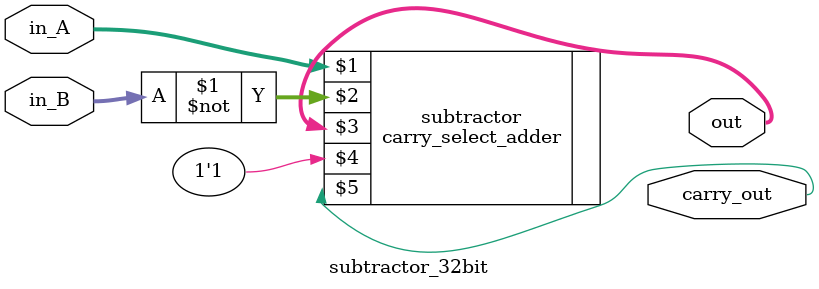
<source format=v>
module subtractor(data_operandA, data_operandB, data_result, isLessThan, isHighImp);
   input [31:0] data_operandA, data_operandB;
   output [31:0] data_result;
   output isLessThan, isHighImp;
	
	wire[31:0] subtract_output;
	subtractor_32bit sub(data_operandA,data_operandB,subtract_output);
	

	wire[3:0] less_then_case_selector;
	assign less_then_case_selector[0] = ~data_operandA[31] & data_operandB[31]; //+-
	assign less_then_case_selector[1] = data_operandA[31] & ~data_operandB[31]; //-+
	assign less_then_case_selector[2] = data_operandA[31] & data_operandB[31]; //--
	assign less_then_case_selector[3] = ~data_operandA[31] & ~data_operandB[31]; //++
	
	assign isLessThan = (less_then_case_selector[0]) ? 1'b0 : 1'bZ;
	assign isLessThan = (less_then_case_selector[1]) ? 1'b1 : 1'bZ;
	assign isLessThan = (less_then_case_selector[2]) ? subtract_output[31] : 1'bZ;
	assign isLessThan = (less_then_case_selector[3]) ? subtract_output[31] : 1'bZ;
	
	assign data_result = subtract_output;
	assign isHighImp = ~less_then_case_selector[0] | ~less_then_case_selector[1] | ~less_then_case_selector[2] | ~less_then_case_selector[3];
endmodule

module subtractor_32bit(in_A, in_B, out, carry_out);
	input[31:0] in_A,in_B;
	output[31:0] out;
	output carry_out;

	carry_select_adder subtractor(in_A, ~in_B, out, 1'b1,carry_out);
endmodule
</source>
